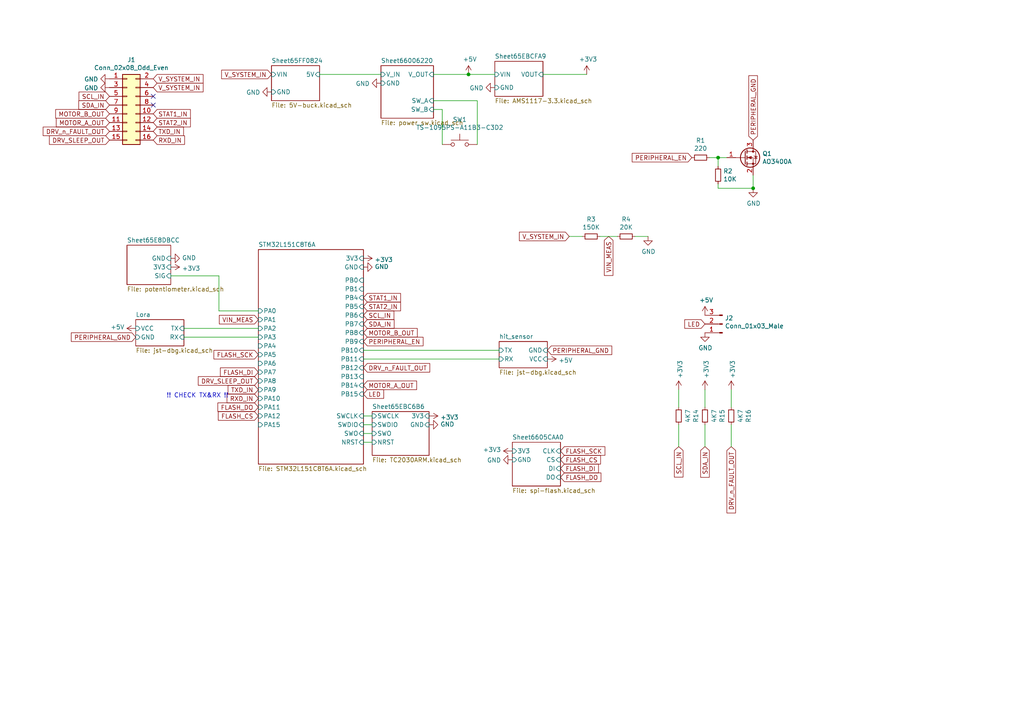
<source format=kicad_sch>
(kicad_sch (version 20231120) (generator "eeschema") (generator_version "8.0")
  (paper "A4")
  (lib_symbols
    (symbol "Connector_Generic:Conn_02x08_Odd_Even" (pin_names (offset 1.016) hide)
      (property "Reference" "J" (at 1.27 10.16 0))
      (property "Value" "Conn_02x08_Odd_Even" (at 1.27 -12.7 0))
      (symbol "Conn_02x08_Odd_Even_1_1"
        (rectangle (start -1.27 -10.033) (end 0 -10.287) (stroke (width 0.1524)))
        (rectangle (start -1.27 -7.493) (end 0 -7.747) (stroke (width 0.1524)))
        (rectangle (start -1.27 -4.953) (end 0 -5.207) (stroke (width 0.1524)))
        (rectangle (start -1.27 -2.413) (end 0 -2.667) (stroke (width 0.1524)))
        (rectangle (start -1.27 0.127) (end 0 -0.127) (stroke (width 0.1524)))
        (rectangle (start -1.27 2.667) (end 0 2.413) (stroke (width 0.1524)))
        (rectangle (start -1.27 5.207) (end 0 4.953) (stroke (width 0.1524)))
        (rectangle (start -1.27 7.747) (end 0 7.493) (stroke (width 0.1524)))
        (rectangle (start -1.27 8.89) (end 3.81 -11.43) (stroke (width 0.254)) (fill (type background)))
        (rectangle (start 3.81 -10.033) (end 2.54 -10.287) (stroke (width 0.1524)))
        (rectangle (start 3.81 -7.493) (end 2.54 -7.747) (stroke (width 0.1524)))
        (rectangle (start 3.81 -4.953) (end 2.54 -5.207) (stroke (width 0.1524)))
        (rectangle (start 3.81 -2.413) (end 2.54 -2.667) (stroke (width 0.1524)))
        (rectangle (start 3.81 0.127) (end 2.54 -0.127) (stroke (width 0.1524)))
        (rectangle (start 3.81 2.667) (end 2.54 2.413) (stroke (width 0.1524)))
        (rectangle (start 3.81 5.207) (end 2.54 4.953) (stroke (width 0.1524)))
        (rectangle (start 3.81 7.747) (end 2.54 7.493) (stroke (width 0.1524)))
        (pin passive line (at -5.08 7.62 0) (length 3.81) (name "Pin_1") (number "1"))
        (pin passive line (at 7.62 -2.54 180) (length 3.81) (name "Pin_10") (number "10"))
        (pin passive line (at -5.08 -5.08 0) (length 3.81) (name "Pin_11") (number "11"))
        (pin passive line (at 7.62 -5.08 180) (length 3.81) (name "Pin_12") (number "12"))
        (pin passive line (at -5.08 -7.62 0) (length 3.81) (name "Pin_13") (number "13"))
        (pin passive line (at 7.62 -7.62 180) (length 3.81) (name "Pin_14") (number "14"))
        (pin passive line (at -5.08 -10.16 0) (length 3.81) (name "Pin_15") (number "15"))
        (pin passive line (at 7.62 -10.16 180) (length 3.81) (name "Pin_16") (number "16"))
        (pin passive line (at 7.62 7.62 180) (length 3.81) (name "Pin_2") (number "2"))
        (pin passive line (at -5.08 5.08 0) (length 3.81) (name "Pin_3") (number "3"))
        (pin passive line (at 7.62 5.08 180) (length 3.81) (name "Pin_4") (number "4"))
        (pin passive line (at -5.08 2.54 0) (length 3.81) (name "Pin_5") (number "5"))
        (pin passive line (at 7.62 2.54 180) (length 3.81) (name "Pin_6") (number "6"))
        (pin passive line (at -5.08 0 0) (length 3.81) (name "Pin_7") (number "7"))
        (pin passive line (at 7.62 0 180) (length 3.81) (name "Pin_8") (number "8"))
        (pin passive line (at -5.08 -2.54 0) (length 3.81) (name "Pin_9") (number "9"))
      )
    )
    (symbol "Device:R_Small" (pin_numbers hide) (pin_names (offset 0.254) hide)
      (property "Reference" "R" (at 0.762 0.508 0))
      (property "Value" "R_Small" (at 0.762 -1.016 0))
      (symbol "R_Small_0_1"
        (rectangle (start -0.762 1.778) (end 0.762 -1.778) (stroke (width 0.2032)))
      )
      (symbol "R_Small_1_1"
        (pin passive line (at 0 2.54 270) (length 0.762) (name "~") (number "1"))
        (pin passive line (at 0 -2.54 90) (length 0.762) (name "~") (number "2"))
      )
    )
    (symbol "Switch:SW_Push" (pin_numbers hide) (pin_names (offset 1.016) hide)
      (property "Reference" "SW" (at 1.27 2.54 0))
      (property "Value" "SW_Push" (at 0 -1.524 0))
      (symbol "SW_Push_0_1"
        (circle (center -2.032 0) (radius 0.508))
        (polyline (pts (xy 0 1.27) (xy 0 3.048)))
        (polyline (pts (xy 2.54 1.27) (xy -2.54 1.27)))
        (circle (center 2.032 0) (radius 0.508))
        (pin passive line (at -5.08 0 0) (length 2.54) (name "1") (number "1"))
        (pin passive line (at 5.08 0 180) (length 2.54) (name "2") (number "2"))
      )
    )
    (symbol "Transistor_FET:AO3400A" (pin_names hide)
      (property "Reference" "Q" (at 5.08 1.905 0))
      (property "Value" "AO3400A" (at 5.08 0 0))
      (symbol "AO3400A_0_1"
        (polyline (pts (xy 0.254 0) (xy -2.54 0)))
        (polyline (pts (xy 0.254 1.905) (xy 0.254 -1.905)) (stroke (width 0.254)))
        (polyline (pts (xy 0.762 -1.27) (xy 0.762 -2.286)) (stroke (width 0.254)))
        (polyline (pts (xy 0.762 0.508) (xy 0.762 -0.508)) (stroke (width 0.254)))
        (polyline (pts (xy 0.762 2.286) (xy 0.762 1.27)) (stroke (width 0.254)))
        (polyline (pts (xy 2.54 2.54) (xy 2.54 1.778)))
        (polyline (pts (xy 2.54 -2.54) (xy 2.54 0) (xy 0.762 0)))
        (polyline (pts (xy 0.762 -1.778) (xy 3.302 -1.778) (xy 3.302 1.778) (xy 0.762 1.778)))
        (polyline (pts (xy 1.016 0) (xy 2.032 0.381) (xy 2.032 -0.381) (xy 1.016 0)) (fill (type outline)))
        (polyline (pts (xy 2.794 0.508) (xy 2.921 0.381) (xy 3.683 0.381) (xy 3.81 0.254)))
        (polyline (pts (xy 3.302 0.381) (xy 2.921 -0.254) (xy 3.683 -0.254) (xy 3.302 0.381)))
        (circle (center 1.651 0) (radius 2.794) (stroke (width 0.254)))
        (circle (center 2.54 -1.778) (radius 0.254) (fill (type outline)))
        (circle (center 2.54 1.778) (radius 0.254) (fill (type outline)))
      )
      (symbol "AO3400A_1_1"
        (pin input line (at -5.08 0 0) (length 2.54) (name "G") (number "1"))
        (pin passive line (at 2.54 -5.08 90) (length 2.54) (name "S") (number "2"))
        (pin passive line (at 2.54 5.08 270) (length 2.54) (name "D") (number "3"))
      )
    )
    (symbol "jantteri_left-rescue:+3V3-power" (power) (pin_names (offset 0))
      (property "Value" "power_+3V3" (at 0 3.556 0))
      (symbol "+3V3-power_0_1"
        (polyline (pts (xy -0.762 1.27) (xy 0 2.54)))
        (polyline (pts (xy 0 0) (xy 0 2.54)))
        (polyline (pts (xy 0 2.54) (xy 0.762 1.27)))
      )
      (symbol "+3V3-power_1_1"
        (pin power_in line (at 0 0 90) (length 0) hide (name "+3V3") (number "1"))
      )
    )
    (symbol "jantteri_left-rescue:+5V-power" (power) (pin_names (offset 0))
      (property "Value" "power_+5V" (at 0 3.556 0))
      (symbol "+5V-power_0_1"
        (polyline (pts (xy -0.762 1.27) (xy 0 2.54)))
        (polyline (pts (xy 0 0) (xy 0 2.54)))
        (polyline (pts (xy 0 2.54) (xy 0.762 1.27)))
      )
      (symbol "+5V-power_1_1"
        (pin power_in line (at 0 0 90) (length 0) hide (name "+5V") (number "1"))
      )
    )
    (symbol "jantteri_left-rescue:Conn_01x03_Male-Connector" (pin_names (offset 1.016) hide)
      (property "Reference" "J" (at 0 5.08 0))
      (property "Value" "Connector_Conn_01x03_Male" (at 0 -5.08 0))
      (symbol "Conn_01x03_Male-Connector_1_1"
        (polyline (pts (xy 1.27 -2.54) (xy 0.8636 -2.54)) (stroke (width 0.1524)))
        (polyline (pts (xy 1.27 0) (xy 0.8636 0)) (stroke (width 0.1524)))
        (polyline (pts (xy 1.27 2.54) (xy 0.8636 2.54)) (stroke (width 0.1524)))
        (rectangle (start 0.8636 -2.413) (end 0 -2.667) (stroke (width 0.1524)) (fill (type outline)))
        (rectangle (start 0.8636 0.127) (end 0 -0.127) (stroke (width 0.1524)) (fill (type outline)))
        (rectangle (start 0.8636 2.667) (end 0 2.413) (stroke (width 0.1524)) (fill (type outline)))
        (pin passive line (at 5.08 2.54 180) (length 3.81) (name "Pin_1") (number "1"))
        (pin passive line (at 5.08 0 180) (length 3.81) (name "Pin_2") (number "2"))
        (pin passive line (at 5.08 -2.54 180) (length 3.81) (name "Pin_3") (number "3"))
      )
    )
    (symbol "jantteri_left-rescue:GND-power" (power) (pin_names (offset 0))
      (property "Value" "power_GND" (at 0 -3.81 0))
      (symbol "GND-power_0_1"
        (polyline (pts (xy 0 0) (xy 0 -1.27) (xy 1.27 -1.27) (xy 0 -2.54) (xy -1.27 -1.27) (xy 0 -1.27)))
      )
      (symbol "GND-power_1_1"
        (pin power_in line (at 0 0 270) (length 0) hide (name "GND") (number "1"))
      )
    )
  )
  (junction (at 218.44 54.61))
  (junction (at 208.28 45.72))
  (junction (at 135.89 21.59))
  (no_connect (at 44.45 30.48))
  (no_connect (at 44.45 27.94))
  (wire (pts (xy 128.27 41.91) (xy 128.27 31.75)))
  (wire (pts (xy 49.53 80.01) (xy 63.5 80.01)))
  (wire (pts (xy 125.73 21.59) (xy 135.89 21.59)))
  (wire (pts (xy 204.47 123.19) (xy 204.47 129.54)))
  (wire (pts (xy 196.85 118.11) (xy 196.85 113.03)))
  (wire (pts (xy 144.78 104.14) (xy 105.41 104.14)))
  (wire (pts (xy 204.47 118.11) (xy 204.47 113.03)))
  (wire (pts (xy 210.82 45.72) (xy 208.28 45.72)))
  (wire (pts (xy 63.5 90.17) (xy 74.93 90.17)))
  (wire (pts (xy 92.71 21.59) (xy 110.49 21.59)))
  (wire (pts (xy 196.85 129.54) (xy 196.85 123.19)))
  (wire (pts (xy 105.41 125.73) (xy 107.95 125.73)))
  (wire (pts (xy 168.91 68.58) (xy 165.1 68.58)))
  (wire (pts (xy 53.34 97.79) (xy 74.93 97.79)))
  (wire (pts (xy 125.73 29.21) (xy 138.43 29.21)))
  (wire (pts (xy 144.78 101.6) (xy 105.41 101.6)))
  (wire (pts (xy 179.07 68.58) (xy 173.99 68.58)))
  (wire (pts (xy 107.95 123.19) (xy 105.41 123.19)))
  (wire (pts (xy 74.93 95.25) (xy 53.34 95.25)))
  (wire (pts (xy 218.44 54.61) (xy 218.44 50.8)))
  (wire (pts (xy 138.43 29.21) (xy 138.43 41.91)))
  (wire (pts (xy 208.28 45.72) (xy 205.74 45.72)))
  (wire (pts (xy 187.96 68.58) (xy 184.15 68.58)))
  (wire (pts (xy 105.41 120.65) (xy 107.95 120.65)))
  (wire (pts (xy 212.09 118.11) (xy 212.09 113.03)))
  (wire (pts (xy 208.28 48.26) (xy 208.28 45.72)))
  (wire (pts (xy 128.27 31.75) (xy 125.73 31.75)))
  (wire (pts (xy 63.5 80.01) (xy 63.5 90.17)))
  (wire (pts (xy 218.44 54.61) (xy 208.28 54.61)))
  (wire (pts (xy 170.18 21.59) (xy 157.48 21.59)))
  (wire (pts (xy 212.09 129.54) (xy 212.09 123.19)))
  (wire (pts (xy 135.89 21.59) (xy 143.51 21.59)))
  (wire (pts (xy 107.95 128.27) (xy 105.41 128.27)))
  (wire (pts (xy 208.28 54.61) (xy 208.28 53.34)))
  (text "!! CHECK TX&RX !!" (at 48.26 115.57 0) (effects (font (size 1.27 1.27)) (justify left bottom)))
  (global_label "V_SYSTEM_IN" (shape input) (at 44.45 25.4 0) (property "Intersheetrefs" "${INTERSHEET_REFS}" (effects (hide yes))))
  (global_label "PERIPHERAL_EN" (shape input) (at 105.41 99.06 0) (property "Intersheetrefs" "${INTERSHEET_REFS}" (effects (hide yes))))
  (global_label "VIN_MEAS" (shape input) (at 74.93 92.71 180) (property "Intersheetrefs" "${INTERSHEET_REFS}" (effects (hide yes))))
  (global_label "DRV_SLEEP_OUT" (shape input) (at 74.93 110.49 180) (property "Intersheetrefs" "${INTERSHEET_REFS}" (effects (hide yes))))
  (global_label "V_SYSTEM_IN" (shape input) (at 165.1 68.58 180) (property "Intersheetrefs" "${INTERSHEET_REFS}" (effects (hide yes))))
  (global_label "LED" (shape input) (at 204.47 93.98 180) (property "Intersheetrefs" "${INTERSHEET_REFS}" (effects (hide yes))))
  (global_label "TXD_IN" (shape input) (at 44.45 38.1 0) (property "Intersheetrefs" "${INTERSHEET_REFS}" (effects (hide yes))))
  (global_label "STAT1_IN" (shape input) (at 105.41 86.36 0) (property "Intersheetrefs" "${INTERSHEET_REFS}" (effects (hide yes))))
  (global_label "DRV_n_FAULT_OUT" (shape input) (at 31.75 38.1 180) (property "Intersheetrefs" "${INTERSHEET_REFS}" (effects (hide yes))))
  (global_label "FLASH_DO" (shape input) (at 162.56 138.43 0) (property "Intersheetrefs" "${INTERSHEET_REFS}" (effects (hide yes))))
  (global_label "DRV_SLEEP_OUT" (shape input) (at 31.75 40.64 180) (property "Intersheetrefs" "${INTERSHEET_REFS}" (effects (hide yes))))
  (global_label "PERIPHERAL_EN" (shape input) (at 200.66 45.72 180) (property "Intersheetrefs" "${INTERSHEET_REFS}" (effects (hide yes))))
  (global_label "MOTOR_B_OUT" (shape input) (at 105.41 96.52 0) (property "Intersheetrefs" "${INTERSHEET_REFS}" (effects (hide yes))))
  (global_label "PERIPHERAL_GND" (shape input) (at 158.75 101.6 0) (property "Intersheetrefs" "${INTERSHEET_REFS}" (effects (hide yes))))
  (global_label "FLASH_DI" (shape input) (at 74.93 107.95 180) (property "Intersheetrefs" "${INTERSHEET_REFS}" (effects (hide yes))))
  (global_label "RXD_IN" (shape input) (at 74.93 115.57 180) (property "Intersheetrefs" "${INTERSHEET_REFS}" (effects (hide yes))))
  (global_label "STAT1_IN" (shape input) (at 44.45 33.02 0) (property "Intersheetrefs" "${INTERSHEET_REFS}" (effects (hide yes))))
  (global_label "SCL_IN" (shape input) (at 196.85 129.54 270) (property "Intersheetrefs" "${INTERSHEET_REFS}" (effects (hide yes))))
  (global_label "V_SYSTEM_IN" (shape input) (at 44.45 22.86 0) (property "Intersheetrefs" "${INTERSHEET_REFS}" (effects (hide yes))))
  (global_label "FLASH_SCK" (shape input) (at 74.93 102.87 180) (property "Intersheetrefs" "${INTERSHEET_REFS}" (effects (hide yes))))
  (global_label "VIN_MEAS" (shape input) (at 176.53 68.58 270) (property "Intersheetrefs" "${INTERSHEET_REFS}" (effects (hide yes))))
  (global_label "SDA_IN" (shape input) (at 31.75 30.48 180) (property "Intersheetrefs" "${INTERSHEET_REFS}" (effects (hide yes))))
  (global_label "DRV_n_FAULT_OUT" (shape input) (at 212.09 129.54 270) (property "Intersheetrefs" "${INTERSHEET_REFS}" (effects (hide yes))))
  (global_label "SDA_IN" (shape input) (at 105.41 93.98 0) (property "Intersheetrefs" "${INTERSHEET_REFS}" (effects (hide yes))))
  (global_label "SCL_IN" (shape input) (at 31.75 27.94 180) (property "Intersheetrefs" "${INTERSHEET_REFS}" (effects (hide yes))))
  (global_label "SCL_IN" (shape input) (at 105.41 91.44 0) (property "Intersheetrefs" "${INTERSHEET_REFS}" (effects (hide yes))))
  (global_label "SDA_IN" (shape input) (at 204.47 129.54 270) (property "Intersheetrefs" "${INTERSHEET_REFS}" (effects (hide yes))))
  (global_label "MOTOR_B_OUT" (shape input) (at 31.75 33.02 180) (property "Intersheetrefs" "${INTERSHEET_REFS}" (effects (hide yes))))
  (global_label "STAT2_IN" (shape input) (at 105.41 88.9 0) (property "Intersheetrefs" "${INTERSHEET_REFS}" (effects (hide yes))))
  (global_label "TXD_IN" (shape input) (at 74.93 113.03 180) (property "Intersheetrefs" "${INTERSHEET_REFS}" (effects (hide yes))))
  (global_label "DRV_n_FAULT_OUT" (shape input) (at 105.41 106.68 0) (property "Intersheetrefs" "${INTERSHEET_REFS}" (effects (hide yes))))
  (global_label "MOTOR_A_OUT" (shape input) (at 105.41 111.76 0) (property "Intersheetrefs" "${INTERSHEET_REFS}" (effects (hide yes))))
  (global_label "FLASH_SCK" (shape input) (at 162.56 130.81 0) (property "Intersheetrefs" "${INTERSHEET_REFS}" (effects (hide yes))))
  (global_label "STAT2_IN" (shape input) (at 44.45 35.56 0) (property "Intersheetrefs" "${INTERSHEET_REFS}" (effects (hide yes))))
  (global_label "RXD_IN" (shape input) (at 44.45 40.64 0) (property "Intersheetrefs" "${INTERSHEET_REFS}" (effects (hide yes))))
  (global_label "PERIPHERAL_GND" (shape input) (at 39.37 97.79 180) (property "Intersheetrefs" "${INTERSHEET_REFS}" (effects (hide yes))))
  (global_label "FLASH_CS" (shape input) (at 74.93 120.65 180) (property "Intersheetrefs" "${INTERSHEET_REFS}" (effects (hide yes))))
  (global_label "FLASH_CS" (shape input) (at 162.56 133.35 0) (property "Intersheetrefs" "${INTERSHEET_REFS}" (effects (hide yes))))
  (global_label "V_SYSTEM_IN" (shape input) (at 78.74 21.59 180) (property "Intersheetrefs" "${INTERSHEET_REFS}" (effects (hide yes))))
  (global_label "PERIPHERAL_GND" (shape input) (at 218.44 40.64 90) (property "Intersheetrefs" "${INTERSHEET_REFS}" (effects (hide yes))))
  (global_label "FLASH_DI" (shape input) (at 162.56 135.89 0) (property "Intersheetrefs" "${INTERSHEET_REFS}" (effects (hide yes))))
  (global_label "FLASH_DO" (shape input) (at 74.93 118.11 180) (property "Intersheetrefs" "${INTERSHEET_REFS}" (effects (hide yes))))
  (global_label "LED" (shape input) (at 105.41 114.3 0) (property "Intersheetrefs" "${INTERSHEET_REFS}" (effects (hide yes))))
  (global_label "MOTOR_A_OUT" (shape input) (at 31.75 35.56 180) (property "Intersheetrefs" "${INTERSHEET_REFS}" (effects (hide yes))))
  (symbol (lib_id "Connector_Generic:Conn_02x08_Odd_Even") (at 36.83 30.48 0) (unit 1)
    (property "Reference" "J1" (at 38.1 17.3482 0))
    (property "Value" "Conn_02x08_Odd_Even" (at 38.1 19.6596 0))
    (property "Footprint" "Connector_PinHeader_1.27mm:PinHeader_2x08_P1.27mm_Vertical_SMD" (effects (hide yes)))
    (property "LCSC" "C178295" (effects (hide yes)))
  )
  (symbol (lib_id "jantteri_left-rescue:GND-power") (at 31.75 22.86 270) (unit 1)
    (property "Reference" "#PWR03" (effects (hide yes)))
    (property "Value" "GND" (at 28.4988 22.987 90) (effects (justify right)))
  )
  (symbol (lib_id "jantteri_left-rescue:GND-power") (at 31.75 25.4 270) (unit 1)
    (property "Reference" "#PWR05" (effects (hide yes)))
    (property "Value" "GND" (at 28.4988 25.527 90) (effects (justify right)))
  )
  (symbol (lib_id "jantteri_left-rescue:+5V-power") (at 135.89 21.59 0) (unit 1)
    (property "Reference" "#PWR01" (effects (hide yes)))
    (property "Value" "+5V" (at 136.271 17.1958 0))
  )
  (symbol (lib_id "jantteri_left-rescue:+3V3-power") (at 170.18 21.59 0) (unit 1)
    (property "Reference" "#PWR02" (effects (hide yes)))
    (property "Value" "+3V3" (at 170.561 17.1958 0))
  )
  (symbol (lib_id "jantteri_left-rescue:GND-power") (at 78.74 26.67 270) (unit 1)
    (property "Reference" "#PWR07" (effects (hide yes)))
    (property "Value" "GND" (at 75.4888 26.797 90) (effects (justify right)))
  )
  (symbol (lib_id "jantteri_left-rescue:GND-power") (at 143.51 25.4 270) (unit 1)
    (property "Reference" "#PWR06" (effects (hide yes)))
    (property "Value" "GND" (at 140.2588 25.527 90) (effects (justify right)))
  )
  (symbol (lib_id "jantteri_left-rescue:+3V3-power") (at 105.41 74.93 270) (unit 1)
    (property "Reference" "#PWR011" (effects (hide yes)))
    (property "Value" "+3V3" (at 108.6612 75.311 90) (effects (justify left)))
  )
  (symbol (lib_id "jantteri_left-rescue:GND-power") (at 105.41 77.47 90) (unit 1)
    (property "Reference" "#PWR013" (effects (hide yes)))
    (property "Value" "GND" (at 108.6612 77.343 90) (effects (justify right)))
  )
  (symbol (lib_id "jantteri_left-rescue:+3V3-power") (at 124.46 120.65 270) (unit 1)
    (property "Reference" "#PWR018" (effects (hide yes)))
    (property "Value" "+3V3" (at 127.7112 121.031 90) (effects (justify left)))
  )
  (symbol (lib_id "jantteri_left-rescue:GND-power") (at 124.46 123.19 90) (unit 1)
    (property "Reference" "#PWR019" (effects (hide yes)))
    (property "Value" "GND" (at 127.7112 123.063 90) (effects (justify right)))
  )
  (symbol (lib_id "jantteri_left-rescue:+3V3-power") (at 49.53 77.47 270) (unit 1)
    (property "Reference" "#PWR012" (effects (hide yes)))
    (property "Value" "+3V3" (at 52.7812 77.851 90) (effects (justify left)))
  )
  (symbol (lib_id "jantteri_left-rescue:GND-power") (at 49.53 74.93 90) (unit 1)
    (property "Reference" "#PWR010" (effects (hide yes)))
    (property "Value" "GND" (at 52.7812 74.803 90) (effects (justify right)))
  )
  (symbol (lib_id "jantteri_left-rescue:+5V-power") (at 39.37 95.25 90) (unit 1)
    (property "Reference" "#PWR015" (effects (hide yes)))
    (property "Value" "+5V" (at 36.1188 94.869 90) (effects (justify left)))
  )
  (symbol (lib_id "jantteri_left-rescue:+5V-power") (at 158.75 104.14 270) (unit 1)
    (property "Reference" "#PWR017" (effects (hide yes)))
    (property "Value" "+5V" (at 162.0012 104.521 90) (effects (justify left)))
  )
  (symbol (lib_id "Transistor_FET:AO3400A") (at 215.9 45.72 0) (unit 1)
    (property "Reference" "Q1" (at 221.107 44.5516 0) (effects (justify left)))
    (property "Value" "AO3400A" (at 221.107 46.863 0) (effects (justify left)))
    (property "Footprint" "Package_TO_SOT_SMD:SOT-23" (effects (hide yes)))
    (property "Datasheet" "http://www.aosmd.com/pdfs/datasheet/AO3400A.pdf" (effects (hide yes)))
    (property "LCSC" "C20917" (effects (hide yes)))
  )
  (symbol (lib_id "jantteri_left-rescue:GND-power") (at 218.44 54.61 0) (unit 1)
    (property "Reference" "#PWR08" (effects (hide yes)))
    (property "Value" "GND" (at 218.567 59.0042 0))
  )
  (symbol (lib_id "Device:R_Small") (at 203.2 45.72 270) (unit 1)
    (property "Reference" "R1" (at 203.2 40.7416 90))
    (property "Value" "220" (at 203.2 43.053 90))
    (property "Footprint" "Resistor_SMD:R_0402_1005Metric" (effects (hide yes)))
    (property "LCSC" "C25091" (effects (hide yes)))
  )
  (symbol (lib_id "Device:R_Small") (at 208.28 50.8 180) (unit 1)
    (property "Reference" "R2" (at 209.7786 49.6316 0) (effects (justify right)))
    (property "Value" "10K" (at 209.7786 51.943 0) (effects (justify right)))
    (property "Footprint" "Resistor_SMD:R_0402_1005Metric" (effects (hide yes)))
    (property "LCSC" "C25744" (effects (hide yes)))
  )
  (symbol (lib_id "jantteri_left-rescue:GND-power") (at 110.49 24.13 270) (unit 1)
    (property "Reference" "#PWR04" (effects (hide yes)))
    (property "Value" "GND" (at 107.2388 24.257 90) (effects (justify right)))
  )
  (symbol (lib_id "Switch:SW_Push") (at 133.35 41.91 0) (unit 1)
    (property "Reference" "SW1" (at 133.35 34.671 0))
    (property "Value" "TS-1095PS-A11B3-C3D2" (at 133.35 36.9824 0))
    (property "Footprint" "voja-footprints:TS-1095PS-A11B3-C3D2" (effects (hide yes)))
    (property "Datasheet" "https://wmsc.lcsc.com/wmsc/upload/file/pdf/v2/lcsc/2304140030_Yuandi-TS-1095PS-A11B3-C3D2_C2834951.pdf" (effects (hide yes)))
    (property "LCSC" "C2834951" (effects (hide yes)))
  )
  (symbol (lib_id "Device:R_Small") (at 171.45 68.58 270) (unit 1)
    (property "Reference" "R3" (at 171.45 63.6016 90))
    (property "Value" "150K" (at 171.45 65.913 90))
    (property "Footprint" "Resistor_SMD:R_0402_1005Metric" (effects (hide yes)))
    (property "LCSC" "C22807" (effects (hide yes)))
  )
  (symbol (lib_id "Device:R_Small") (at 181.61 68.58 270) (unit 1)
    (property "Reference" "R4" (at 181.61 63.6016 90))
    (property "Value" "20K" (at 181.61 65.913 90))
    (property "Footprint" "Resistor_SMD:R_0402_1005Metric" (effects (hide yes)))
    (property "LCSC" "C25765" (effects (hide yes)))
  )
  (symbol (lib_id "jantteri_left-rescue:GND-power") (at 187.96 68.58 0) (unit 1)
    (property "Reference" "#PWR09" (effects (hide yes)))
    (property "Value" "GND" (at 188.087 72.9742 0))
  )
  (symbol (lib_id "jantteri_left-rescue:Conn_01x03_Male-Connector") (at 209.55 93.98 180) (unit 1)
    (property "Reference" "J2" (at 210.2612 92.2528 0) (effects (justify right)))
    (property "Value" "Conn_01x03_Male" (at 210.2612 94.5642 0) (effects (justify right)))
    (property "Footprint" "Connector_JST2:JST_ZH_B3B-ZR_1x03_P1.50mm_Vertical" (effects (hide yes)))
  )
  (symbol (lib_id "jantteri_left-rescue:+5V-power") (at 204.47 91.44 0) (unit 1)
    (property "Reference" "#PWR014" (effects (hide yes)))
    (property "Value" "+5V" (at 204.851 87.0458 0))
  )
  (symbol (lib_id "jantteri_left-rescue:GND-power") (at 204.47 96.52 0) (unit 1)
    (property "Reference" "#PWR016" (effects (hide yes)))
    (property "Value" "GND" (at 204.597 100.9142 0))
  )
  (symbol (lib_id "jantteri_left-rescue:+3V3-power") (at 148.59 130.81 90) (unit 1)
    (property "Reference" "#PWR0101" (effects (hide yes)))
    (property "Value" "+3V3" (at 145.3388 130.429 90) (effects (justify left)))
  )
  (symbol (lib_id "jantteri_left-rescue:GND-power") (at 148.59 133.35 270) (unit 1)
    (property "Reference" "#PWR0102" (effects (hide yes)))
    (property "Value" "GND" (at 145.3388 133.477 90) (effects (justify right)))
  )
  (symbol (lib_id "Device:R_Small") (at 196.85 120.65 180) (unit 1)
    (property "Reference" "R14" (at 201.8284 120.65 90))
    (property "Value" "4K7" (at 199.517 120.65 90))
    (property "Footprint" "Resistor_SMD:R_0402_1005Metric" (effects (hide yes)))
    (property "LCSC" "C25900" (effects (hide yes)))
  )
  (symbol (lib_id "Device:R_Small") (at 204.47 120.65 180) (unit 1)
    (property "Reference" "R15" (at 209.4484 120.65 90))
    (property "Value" "4K7" (at 207.137 120.65 90))
    (property "Footprint" "Resistor_SMD:R_0402_1005Metric" (effects (hide yes)))
    (property "LCSC" "C25900" (effects (hide yes)))
  )
  (symbol (lib_id "Device:R_Small") (at 212.09 120.65 180) (unit 1)
    (property "Reference" "R16" (at 217.0684 120.65 90))
    (property "Value" "4K7" (at 214.757 120.65 90))
    (property "Footprint" "Resistor_SMD:R_0402_1005Metric" (effects (hide yes)))
    (property "LCSC" "C25900" (effects (hide yes)))
  )
  (symbol (lib_id "jantteri_left-rescue:+3V3-power") (at 196.85 113.03 0) (unit 1)
    (property "Reference" "#PWR0103" (effects (hide yes)))
    (property "Value" "+3V3" (at 197.231 109.7788 90) (effects (justify left)))
  )
  (symbol (lib_id "jantteri_left-rescue:+3V3-power") (at 204.47 113.03 0) (unit 1)
    (property "Reference" "#PWR0104" (effects (hide yes)))
    (property "Value" "+3V3" (at 204.851 109.7788 90) (effects (justify left)))
  )
  (symbol (lib_id "jantteri_left-rescue:+3V3-power") (at 212.09 113.03 0) (unit 1)
    (property "Reference" "#PWR0105" (effects (hide yes)))
    (property "Value" "+3V3" (at 212.471 109.7788 90) (effects (justify left)))
  )
  (sheet (at 74.93 72.39) (size 30.48 62.23)
    (property "Sheetname" "STM32L151C8T6A" (at 74.93 71.6784 0) (effects (justify left bottom)))
    (property "Sheetfile" "STM32L151C8T6A.kicad_sch" (at 74.93 135.2046 0) (effects (justify left top)))
    (pin "3V3" input (at 105.41 74.93 0))
    (pin "GND" input (at 105.41 77.47 0))
    (pin "PB13" input (at 105.41 109.22 0))
    (pin "PB14" input (at 105.41 111.76 0))
    (pin "PB15" input (at 105.41 114.3 0))
    (pin "PA8" input (at 74.93 110.49 180))
    (pin "PA11" input (at 74.93 118.11 180))
    (pin "PA12" input (at 74.93 120.65 180))
    (pin "PA15" input (at 74.93 123.19 180))
    (pin "PB4" input (at 105.41 86.36 0))
    (pin "PB5" input (at 105.41 88.9 0))
    (pin "PB8" input (at 105.41 96.52 0))
    (pin "PB9" input (at 105.41 99.06 0))
    (pin "PA0" input (at 74.93 90.17 180))
    (pin "PA1" input (at 74.93 92.71 180))
    (pin "PA2" input (at 74.93 95.25 180))
    (pin "PA3" input (at 74.93 97.79 180))
    (pin "PA4" input (at 74.93 100.33 180))
    (pin "PA5" input (at 74.93 102.87 180))
    (pin "PA6" input (at 74.93 105.41 180))
    (pin "PA7" input (at 74.93 107.95 180))
    (pin "PB0" input (at 105.41 81.28 0))
    (pin "PB1" input (at 105.41 83.82 0))
    (pin "PB10" input (at 105.41 101.6 0))
    (pin "PB11" input (at 105.41 104.14 0))
    (pin "PB12" input (at 105.41 106.68 0))
    (pin "PA9" input (at 74.93 113.03 180))
    (pin "PA10" input (at 74.93 115.57 180))
    (pin "PB7" input (at 105.41 93.98 0))
    (pin "PB6" input (at 105.41 91.44 0))
    (pin "SWCLK" input (at 105.41 120.65 0))
    (pin "SWDIO" input (at 105.41 123.19 0))
    (pin "SWO" input (at 105.41 125.73 0))
    (pin "NRST" input (at 105.41 128.27 0))
  )
  (sheet (at 36.83 71.12) (size 12.7 11.43)
    (property "Sheetname" "Sheet65E8DBCC" (at 36.83 70.4084 0) (effects (justify left bottom)))
    (property "Sheetfile" "potentiometer.kicad_sch" (at 36.83 83.1346 0) (effects (justify left top)))
    (pin "SIG" input (at 49.53 80.01 0))
    (pin "3V3" input (at 49.53 77.47 0))
    (pin "GND" input (at 49.53 74.93 0))
  )
  (sheet (at 39.37 92.71) (size 13.97 7.62)
    (property "Sheetname" "Lora" (at 39.37 91.9984 0) (effects (justify left bottom)))
    (property "Sheetfile" "jst-dbg.kicad_sch" (at 39.37 100.9146 0) (effects (justify left top)))
    (pin "TX" input (at 53.34 95.25 0))
    (pin "RX" input (at 53.34 97.79 0))
    (pin "GND" input (at 39.37 97.79 180))
    (pin "VCC" input (at 39.37 95.25 180))
  )
  (sheet (at 144.78 99.06) (size 13.97 7.62)
    (property "Sheetname" "hit_sensor" (at 144.78 98.3484 0) (effects (justify left bottom)))
    (property "Sheetfile" "jst-dbg.kicad_sch" (at 144.78 107.2646 0) (effects (justify left top)))
    (pin "TX" input (at 144.78 101.6 180))
    (pin "RX" input (at 144.78 104.14 180))
    (pin "GND" input (at 158.75 101.6 0))
    (pin "VCC" input (at 158.75 104.14 0))
  )
  (sheet (at 107.95 119.38) (size 16.51 12.7)
    (property "Sheetname" "Sheet65EBC6B6" (at 107.95 118.6684 0) (effects (justify left bottom)))
    (property "Sheetfile" "TC2030ARM.kicad_sch" (at 107.95 132.6646 0) (effects (justify left top)))
    (pin "3V3" input (at 124.46 120.65 0))
    (pin "GND" input (at 124.46 123.19 0))
    (pin "SWDIO" input (at 107.95 123.19 180))
    (pin "SWCLK" input (at 107.95 120.65 180))
    (pin "SWO" input (at 107.95 125.73 180))
    (pin "NRST" input (at 107.95 128.27 180))
  )
  (sheet (at 143.51 17.78) (size 13.97 10.16)
    (property "Sheetname" "Sheet65EBCFA9" (at 143.51 17.0684 0) (effects (justify left bottom)))
    (property "Sheetfile" "AMS1117-3.3.kicad_sch" (at 143.51 28.5246 0) (effects (justify left top)))
    (pin "VIN" input (at 143.51 21.59 180))
    (pin "VOUT" input (at 157.48 21.59 0))
    (pin "GND" input (at 143.51 25.4 180))
  )
  (sheet (at 78.74 19.05) (size 13.97 10.16)
    (property "Sheetname" "Sheet65FF0824" (at 78.74 18.3384 0) (effects (justify left bottom)))
    (property "Sheetfile" "5V-buck.kicad_sch" (at 78.74 29.7946 0) (effects (justify left top)))
    (pin "VIN" input (at 78.74 21.59 180))
    (pin "5V" input (at 92.71 21.59 0))
    (pin "GND" input (at 78.74 26.67 180))
  )
  (sheet (at 110.49 19.05) (size 15.24 15.24)
    (property "Sheetname" "Sheet66006220" (at 110.49 18.3384 0) (effects (justify left bottom)))
    (property "Sheetfile" "power_sw.kicad_sch" (at 110.49 34.8746 0) (effects (justify left top)))
    (pin "GND" input (at 110.49 24.13 180))
    (pin "V_OUT" input (at 125.73 21.59 0))
    (pin "V_IN" input (at 110.49 21.59 180))
    (pin "SW_A" input (at 125.73 29.21 0))
    (pin "SW_B" input (at 125.73 31.75 0))
  )
  (sheet (at 148.59 128.27) (size 13.97 12.7)
    (property "Sheetname" "Sheet6605CAA0" (at 148.59 127.5584 0) (effects (justify left bottom)))
    (property "Sheetfile" "spi-flash.kicad_sch" (at 148.59 141.5546 0) (effects (justify left top)))
    (pin "3V3" input (at 148.59 130.81 180))
    (pin "GND" input (at 148.59 133.35 180))
    (pin "CLK" input (at 162.56 130.81 0))
    (pin "CS" input (at 162.56 133.35 0))
    (pin "DI" input (at 162.56 135.89 0))
    (pin "DO" input (at 162.56 138.43 0))
  )
)
</source>
